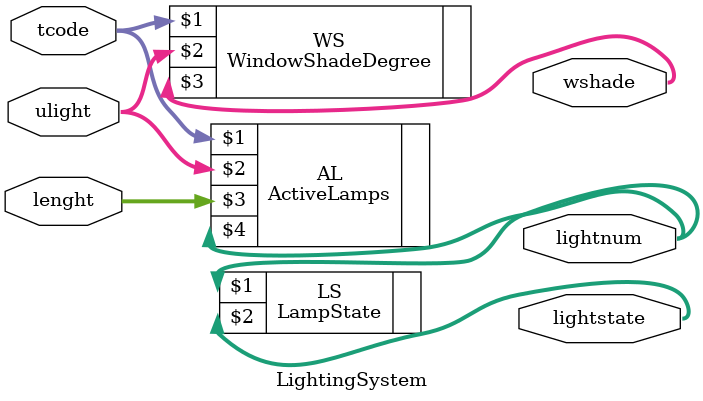
<source format=v>
`timescale 1ns / 1ps
module LightingSystem (
	input  [ 3:0] tcode      , // time code    [table2 time code   ]
	input  [ 3:0] ulight     , // user light   [light degree mode  ]
	input  [ 3:0] lenght     , // room length  [square room lenght ]
	output [ 3:0] wshade     , // shade level  [window shade level ]
	output [ 3:0] lightnum   , // number on    [number of active   ]
	output [15:0] lightstate   // lights state [lights state decode]
);

	ActiveLamps AL(tcode, ulight, lenght, lightnum);
	LampState              LS(lightnum, lightstate);
	WindowShadeDegree    WS(tcode, ulight, wshade);
endmodule

</source>
